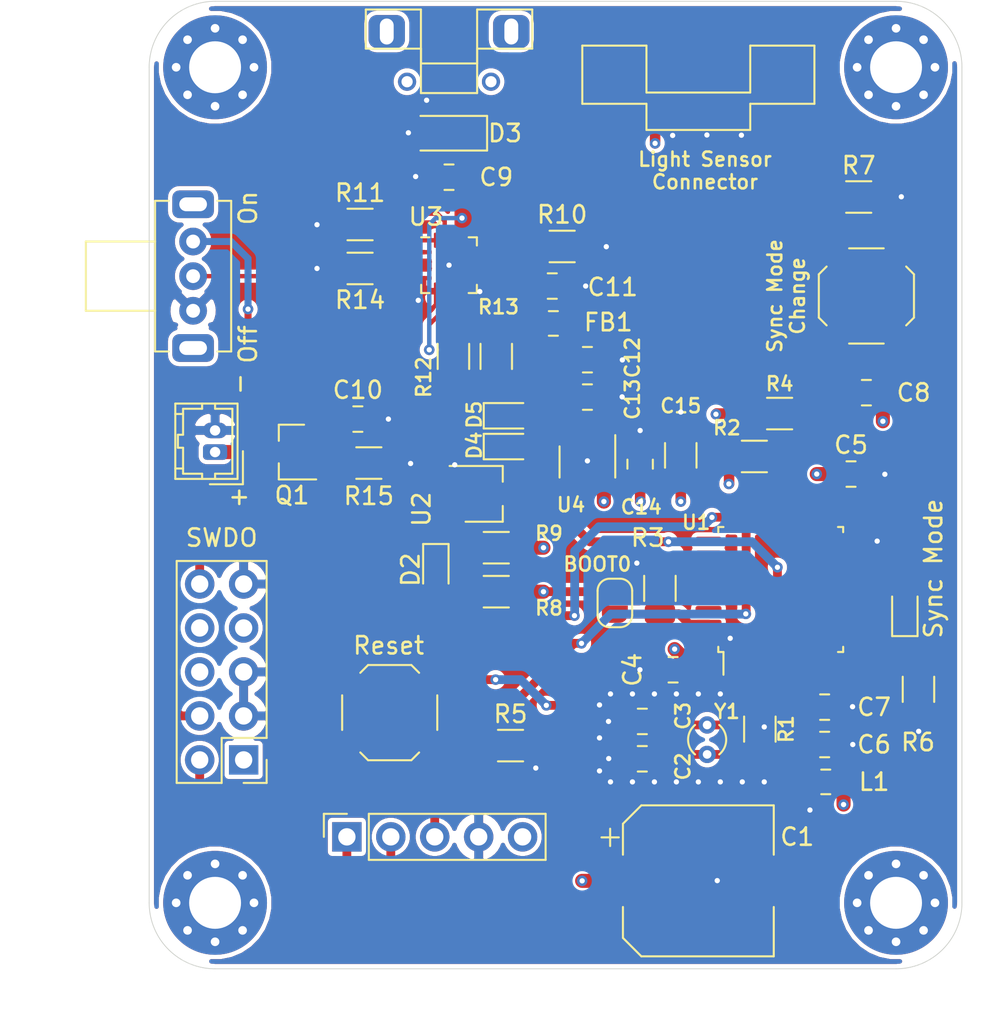
<source format=kicad_pcb>
(kicad_pcb (version 20241229) (generator "pcbnew") (generator_version "9.0")
  (layers (0 "F.Cu" signal) (4 "In1.Cu" power) (6 "In2.Cu" mixed) (2 "B.Cu" signal) (13 "F.Paste" user) (15 "B.Paste" user) (5 "F.SilkS" user "F.Silkscreen") (7 "B.SilkS" user "B.Silkscreen") (1 "F.Mask" user) (3 "B.Mask" user) (25 "Edge.Cuts" user))
  (net 0 "")
  (net 1 "GND")
  (net 2 "+3V3")
  (net 3 "Net-(C2-Pad1)")
  (net 4 "+3.3VA")
  (net 5 "Net-(D1-Pad1)")
  (net 6 "/PWR_STATE")
  (net 7 "/Power Input/PWR_IN")
  (net 8 "/HC12_RX")
  (net 9 "/HC12_TX")
  (net 10 "/HC12_SET")
  (net 11 "Net-(J3-Pad8)")
  (net 12 "Net-(J3-Pad7)")
  (net 13 "Net-(J3-Pad6)")
  (net 14 "/STM32/SWCLK")
  (net 15 "/STM32/SWDIO")
  (net 16 "/STM32/BOOT0")
  (net 17 "Net-(Q1-Pad1)")
  (net 18 "/Power Input/BAT+")
  (net 19 "Net-(D4-Pad1)")
  (net 20 "/I2C_SCL")
  (net 21 "/I2C_SDA")
  (net 22 "/STM32/RESET")
  (net 23 "Net-(J4-Pad4)")
  (net 24 "Net-(J4-Pad3)")
  (net 25 "Net-(J4-Pad2)")
  (net 26 "Net-(J5-Pad1)")
  (net 27 "Net-(R10-Pad2)")
  (net 28 "Net-(U1-Pad30)")
  (net 29 "Net-(U1-Pad29)")
  (net 30 "Net-(U1-Pad28)")
  (net 31 "Net-(U1-Pad27)")
  (net 32 "Net-(U1-Pad26)")
  (net 33 "Net-(U1-Pad25)")
  (net 34 "Net-(U1-Pad22)")
  (net 35 "Net-(U1-Pad21)")
  (net 36 "Net-(U1-Pad18)")
  (net 37 "Net-(U1-Pad15)")
  (net 38 "Net-(U1-Pad14)")
  (net 39 "Net-(U1-Pad7)")
  (net 40 "Net-(U1-Pad6)")
  (net 41 "Net-(U3-Pad14)")
  (net 42 "Net-(U4-Pad4)")
  (net 43 "Net-(C3-Pad1)")
  (net 44 "/STM32/PA7")
  (net 45 "Net-(C9-Pad1)")
  (net 46 "Net-(C12-Pad1)")
  (net 47 "/STM32/PA6")
  (net 48 "Net-(D2-Pad2)")
  (net 49 "Net-(D5-Pad1)")
  (net 50 "Net-(R1-Pad1)")
  (net 51 "Net-(R5-Pad1)")
  (net 52 "Net-(R11-Pad2)")
  (net 53 "Net-(R12-Pad2)")
  (net 54 "Net-(R13-Pad2)")
  (net 55 "Net-(R14-Pad1)")
  (net 56 "Net-(SW3-Pad2)")
  (footprint "Capacitor_SMD:CP_Elec_8x10.5" (layer "F.Cu") (at 156.21 111.125)
    (property "Reference" "C1")
    (property "Value" "220uF")
  )
  (footprint "Capacitor_SMD:C_0805_2012Metric" (layer "F.Cu") (at 154.7495 98.933 180)
    (property "Reference" "C4")
    (property "Value" "0.1uF")
  )
  (footprint "Capacitor_SMD:C_0805_2012Metric" (layer "F.Cu") (at 165.0365 87.63)
    (property "Reference" "C5")
    (property "Value" "0.1uF")
  )
  (footprint "Capacitor_SMD:C_0805_2012Metric" (layer "F.Cu") (at 163.5125 103.251)
    (property "Reference" "C6")
    (property "Value" "1uF")
  )
  (footprint "Capacitor_SMD:C_0805_2012Metric" (layer "F.Cu") (at 163.5125 101.092)
    (property "Reference" "C7")
    (property "Value" "0.1uF")
  )
  (footprint "Capacitor_SMD:C_0805_2012Metric" (layer "F.Cu") (at 141.7955 70.485 180)
    (property "Reference" "C9")
    (property "Value" "1uF")
  )
  (footprint "Capacitor_SMD:C_0805_2012Metric" (layer "F.Cu") (at 136.525 84.455)
    (property "Reference" "C10")
    (property "Value" "4.7uF")
  )
  (footprint "Capacitor_SMD:C_0805_2012Metric" (layer "F.Cu") (at 147.7645 76.7715)
    (property "Reference" "C11")
    (property "Value" "4.7uF")
  )
  (footprint "Capacitor_SMD:C_0805_2012Metric" (layer "F.Cu") (at 149.7965 81.026)
    (property "Reference" "C12")
    (property "Value" "4.7uF")
  )
  (footprint "Capacitor_SMD:C_0805_2012Metric" (layer "F.Cu") (at 149.7965 83.185)
    (property "Reference" "C13")
    (property "Value" "0.1uF")
  )
  (footprint "Capacitor_SMD:C_0805_2012Metric" (layer "F.Cu") (at 152.8445 87.0585 90)
    (property "Reference" "C14")
    (property "Value" "0.1uF")
  )
  (footprint "Capacitor_SMD:C_1206_3216Metric" (layer "F.Cu") (at 155.194 86.5505 90)
    (property "Reference" "C15")
    (property "Value" "10uF")
  )
  (footprint "LED_SMD:LED_0603_1608Metric" (layer "F.Cu") (at 141.0335 93.1545 -90)
    (property "Reference" "D2")
    (property "Value" "Power Alert")
  )
  (footprint "Diode_SMD:D_SOD-123F" (layer "F.Cu") (at 141.7955 67.945 180)
    (property "Reference" "D3")
    (property "Value" "SMF6.0A")
  )
  (footprint "LED_SMD:LED_0603_1608Metric" (layer "F.Cu") (at 145.288 86.0425)
    (property "Reference" "D4")
    (property "Value" "Input Good")
  )
  (footprint "LED_SMD:LED_0603_1608Metric" (layer "F.Cu") (at 145.288 84.2645)
    (property "Reference" "D5")
    (property "Value" "Charging")
  )
  (footprint "Inductor_SMD:L_0805_2012Metric_Pad1.15x1.40mm_HandSolder" (layer "F.Cu") (at 147.828 78.9305 180)
    (property "Reference" "FB1")
    (property "Value" "Ferrite_Bead")
  )
  (footprint "MountingHole:MountingHole_3mm_Pad_Via" (layer "F.Cu") (at 128.27 64.135)
    (property "Reference" "H1" (hide yes))
    (property "Value" "MountingHole")
  )
  (footprint "MountingHole:MountingHole_3mm_Pad_Via" (layer "F.Cu") (at 128.27 112.395)
    (property "Reference" "H2" (hide yes))
    (property "Value" "MountingHole")
  )
  (footprint "MountingHole:MountingHole_3mm_Pad_Via" (layer "F.Cu") (at 167.64 112.395)
    (property "Reference" "H3" (hide yes))
    (property "Value" "MountingHole")
  )
  (footprint "MountingHole:MountingHole_3mm_Pad_Via" (layer "F.Cu") (at 167.64 64.135)
    (property "Reference" "H4" (hide yes))
    (property "Value" "MountingHole")
  )
  (footprint "Connector_PinSocket_2.54mm:PinSocket_1x05_P2.54mm_Vertical" (layer "F.Cu") (at 135.89 108.585 90)
    (property "Reference" "J1" (hide yes))
    (property "Value" "HC-12 Connector")
  )
  (footprint "Custom:AFA07-S06FCA-00" (layer "F.Cu") (at 156.21 66.675 180)
    (property "Reference" "J2" (hide yes))
    (property "Value" "Light Sensor Connector")
  )
  (footprint "Connector_PinHeader_2.54mm:PinHeader_2x05_P2.54mm_Vertical" (layer "F.Cu") (at 129.921 104.14 180)
    (property "Reference" "J3" (hide yes))
    (property "Value" "SWD")
  )
  (footprint "Custom:Micro_USB_B_Female" (layer "F.Cu") (at 141.7955 64.77 180)
    (property "Reference" "J4" (hide yes))
    (property "Value" "USB_B_Micro_Without_Shield")
  )
  (footprint "Connector_Hirose:Hirose_DF13-02P-1.25DSA_1x02_P1.25mm_Vertical" (layer "F.Cu") (at 128.27 86.36 90)
    (property "Reference" "J5" (hide yes))
    (property "Value" "Battery Terminal")
  )
  (footprint "Jumper:SolderJumper-2_P1.3mm_Open_RoundedPad1.0x1.5mm" (layer "F.Cu") (at 151.384 95.0745 90)
    (property "Reference" "JP1" (hide yes))
    (property "Value" "BOOT0 JP")
  )
  (footprint "Inductor_SMD:L_0805_2012Metric_Pad1.15x1.40mm_HandSolder" (layer "F.Cu") (at 163.576 105.41)
    (property "Reference" "L1")
    (property "Value" "39nH")
  )
  (footprint "Package_TO_SOT_SMD:SOT-23" (layer "F.Cu") (at 132.715 86.36 180)
    (property "Reference" "Q1")
    (property "Value" "AO3401A")
  )
  (footprint "Resistor_SMD:R_1206_3216Metric" (layer "F.Cu") (at 159.4485 86.614)
    (property "Reference" "R2")
    (property "Value" "2.2K")
  )
  (footprint "Resistor_SMD:R_1206_3216Metric" (layer "F.Cu") (at 153.9875 94.234 90)
    (property "Reference" "R3")
    (property "Value" "10k")
  )
  (footprint "Resistor_SMD:R_1206_3216Metric" (layer "F.Cu") (at 160.907 84.1375)
    (property "Reference" "R4")
    (property "Value" "2.2K")
  )
  (footprint "Resistor_SMD:R_1206_3216Metric" (layer "F.Cu") (at 145.3515 103.3145)
    (property "Reference" "R5")
    (property "Value" "10k")
  )
  (footprint "Resistor_SMD:R_1206_3216Metric" (layer "F.Cu") (at 144.526 94.4245 180)
    (property "Reference" "R8")
    (property "Value" "1.5k")
  )
  (footprint "Resistor_SMD:R_1206_3216Metric" (layer "F.Cu") (at 144.526 91.8845 180)
    (property "Reference" "R9")
    (property "Value" "100k")
  )
  (footprint "Resistor_SMD:R_1206_3216Metric" (layer "F.Cu") (at 148.336 74.4855 180)
    (property "Reference" "R10")
    (property "Value" "10K")
  )
  (footprint "Resistor_SMD:R_1206_3216Metric" (layer "F.Cu") (at 136.652 73.2155)
    (property "Reference" "R11")
    (property "Value" "1K")
  )
  (footprint "Resistor_SMD:R_1206_3216Metric" (layer "F.Cu") (at 142.0495 80.8355 90)
    (property "Reference" "R12")
    (property "Value" "1K")
  )
  (footprint "Resistor_SMD:R_1206_3216Metric" (layer "F.Cu") (at 144.526 80.8355 90)
    (property "Reference" "R13")
    (property "Value" "1K")
  )
  (footprint "Resistor_SMD:R_1206_3216Metric" (layer "F.Cu") (at 136.652 75.7555 180)
    (property "Reference" "R14")
    (property "Value" "10K")
  )
  (footprint "Resistor_SMD:R_1206_3216Metric" (layer "F.Cu") (at 137.16 86.995)
    (property "Reference" "R15")
    (property "Value" "10K")
  )
  (footprint "Button_Switch_SMD:SW_SPST_TL3342" (layer "F.Cu") (at 138.3665 101.4095)
    (property "Reference" "SW1" (hide yes))
    (property "Value" "Reset Button")
  )
  (footprint "Custom:Toggle-Switch-SK12D07VG4" (layer "F.Cu") (at 127 76.2 -90)
    (property "Reference" "SW3" (hide yes))
    (property "Value" "Enable")
  )
  (footprint "Package_QFP:LQFP-32_7x7mm_P0.8mm" (layer "F.Cu") (at 160.9725 94.2975 90)
    (property "Reference" "U1")
    (property "Value" "STM32L031K6Tx")
  )
  (footprint "Package_TO_SOT_SMD:SOT-23W_Handsoldering" (layer "F.Cu") (at 143.8275 88.773)
    (property "Reference" "U2")
    (property "Value" "APX803L05-36SA-7")
  )
  (footprint "Package_DFN_QFN:VQFN-16-1EP_3x3mm_P0.5mm_EP1.45x1.45mm" (layer "F.Cu") (at 141.7955 75.565)
    (property "Reference" "U3")
    (property "Value" "BQ24078RGTR")
  )
  (footprint "Package_TO_SOT_SMD:SOT-23-5" (layer "F.Cu") (at 149.7965 86.9315 -90)
    (property "Reference" "U4")
    (property "Value" "ME6211C33M5G-N")
  )
  (footprint "Capacitor_SMD:C_0805_2012Metric" (layer "F.Cu") (at 152.969 104.0765 180)
    (property "Reference" "C2")
    (property "Value" "12pF")
  )
  (footprint "Capacitor_SMD:C_0805_2012Metric" (layer "F.Cu") (at 152.9715 101.9175 180)
    (property "Reference" "C3")
    (property "Value" "12pF")
  )
  (footprint "Capacitor_SMD:C_0805_2012Metric" (layer "F.Cu") (at 165.9255 82.931 180)
    (property "Reference" "C8")
    (property "Value" "0.1uF")
  )
  (footprint "LED_SMD:LED_0603_1608Metric" (layer "F.Cu") (at 168.148 95.504 90)
    (property "Reference" "D1" (hide yes))
    (property "Value" "SYNC_STATE_LED")
  )
  (footprint "Resistor_SMD:R_1206_3216Metric" (layer "F.Cu") (at 159.766 102.362 -90)
    (property "Reference" "R1")
    (property "Value" "100")
  )
  (footprint "Resistor_SMD:R_1206_3216Metric" (layer "F.Cu") (at 168.9354 100.0633 -90)
    (property "Reference" "R6")
    (property "Value" "1.5k")
  )
  (footprint "Resistor_SMD:R_1206_3216Metric" (layer "F.Cu") (at 165.481 71.628)
    (property "Reference" "R7")
    (property "Value" "10k")
  )
  (footprint "Button_Switch_SMD:SW_SPST_TL3342" (layer "F.Cu") (at 165.9255 77.343 90)
    (property "Reference" "SW2" (hide yes))
    (property "Value" "Sync Time Button")
  )
  (footprint "Crystal:Crystal_Round_D1.5mm_Vertical" (layer "F.Cu") (at 156.718 103.8225 90)
    (property "Reference" "Y1")
    (property "Value" "32.768kHz")
  )
  (gr_line (start 167.64 60.325) (end 128.27 60.325) (stroke (width 0.05)) (layer "Edge.Cuts"))
  (gr_line (start 128.27 116.205) (end 167.64 116.205) (stroke (width 0.05)) (layer "Edge.Cuts"))
  (gr_line (start 171.45 112.395) (end 171.45 64.135) (stroke (width 0.05)) (layer "Edge.Cuts"))
  (gr_arc (start 167.64 60.325) (mid 170.334077 61.440923) (end 171.45 64.135) (stroke (width 0.05)) (layer "Edge.Cuts"))
  (gr_line (start 124.46 64.135) (end 124.46 112.395) (stroke (width 0.05)) (layer "Edge.Cuts"))
  (gr_arc (start 128.27 116.205) (mid 125.575923 115.089077) (end 124.46 112.395) (stroke (width 0.05)) (layer "Edge.Cuts"))
  (gr_arc (start 171.45 112.395) (mid 170.334077 115.089077) (end 167.64 116.205) (stroke (width 0.05)) (layer "Edge.Cuts"))
  (gr_arc (start 124.46 64.135) (mid 125.575923 61.440923) (end 128.27 60.325) (stroke (width 0.05)) (layer "Edge.Cuts"))
  (gr_text "Sync Mode\nChange" (at 161.29 77.343 90) (layer "F.SilkS") (effects (font (size 0.8128 0.8128))))
  (gr_text "Off" (at 130.175 80.137 90) (layer "F.SilkS") (effects (font (size 1 1))))
  (gr_text "Light Sensor\nConnector" (at 156.591 70.104 0) (layer "F.SilkS") (effects (font (size 0.8128 0.8128))))
  (gr_text "Reset" (at 138.303 97.536 0) (layer "F.SilkS") (effects (font (size 1 1))))
  (gr_text "BOOT0" (at 150.368 92.837 0) (layer "F.SilkS") (effects (font (size 0.8128 0.8128))))
  (gr_text "SWDO" (at 128.651 91.313 0) (layer "F.SilkS") (effects (font (size 1 1))))
  (gr_text "-" (at 129.667 82.423 90) (layer "F.SilkS") (effects (font (size 1 1))))
  (gr_text "+" (at 129.667 88.9 0) (layer "F.SilkS") (effects (font (size 1 1))))
  (gr_text "Sync Mode" (at 169.799 93.091 90) (layer "F.SilkS") (effects (font (size 1 1))))
  (gr_text "On" (at 130.175 72.263 90) (layer "F.SilkS") (effects (font (size 1 1))))
  (segment (start 140.358 76.858) (end 140.5025 77.0025) (width 0.254) (layer "F.Cu") (net 1))
  (segment (start 165.1254 101.0666) (end 164.4879 101.0666) (width 0.508) (layer "F.Cu") (net 1))
  (segment (start 156.7975 97.0975) (end 155.4667 97.0975) (width 0.508) (layer "F.Cu") (net 1))
  (segment (start 155.4667 97.0975) (end 155.0924 96.7232) (width 0.508) (layer "F.Cu") (net 1))
  (segment (start 142.5455 77.0025) (end 142.5455 78.0295) (width 0.254) (layer "F.Cu") (net 1))
  (segment (start 141.0455 77.839) (end 140.589 78.2955) (width 0.254) (layer "F.Cu") (net 1))
  (segment (start 140.5025 77.0025) (end 141.0455 77.0025) (width 0.254) (layer "F.Cu") (net 1))
  (segment (start 140.358 76.315) (end 140.358 76.858) (width 0.254) (layer "F.Cu") (net 1))
  (segment (start 164.4879 101.0666) (end 164.4625 101.092) (width 0.508) (layer "F.Cu") (net 1))
  (segment (start 141.0455 77.0025) (end 141.0455 77.839) (width 0.254) (layer "F.Cu") (net 1))
  (via (at 156.21 100.33) (size 0.6096) (drill 0.3048) (layers "F.Cu" "B.Cu") (net 1))
  (via (at 140.0175 77.597) (size 0.6096) (drill 0.3048) (layers "F.Cu" "B.Cu") (net 1))
  (via (at 168.9481 102.489) (size 0.6096) (drill 0.3048) (layers "F.Cu" "B.Cu") (net 1))
  (via (at 160.02 105.41) (size 0.6096) (drill 0.3048) (layers "F.Cu" "B.Cu") (net 1))
  (via (at 150.495 102.87) (size 0.6096) (drill 0.3048) (layers "F.Cu" "B.Cu") (net 1))
  (via (at 154.94 105.41) (size 0.6096) (drill 0.3048) (layers "F.Cu" "B.Cu") (net 1))
  (via (at 158.0515 97.1169) (size 0.6096) (drill 0.3048) (layers "F.Cu" "B.Cu") (net 1))
  (via (at 150.8887 74.4982) (size 0.6096) (drill 0.3048) (layers "F.Cu" "B.Cu") (net 1))
  (via (at 134.1628 75.7555) (size 0.6096) (drill 0.3048) (layers "F.Cu" "B.Cu") (net 1))
  (via (at 151.8031 83.1723) (size 0.6096) (drill 0.3048) (layers "F.Cu" "B.Cu") (net 1))
  (via (at 160.02 102.235) (size 0.6096) (drill 0.3048) (layers "F.Cu" "B.Cu") (net 1))
  (via (at 138.2903 84.455) (size 0.6096) (drill 0.3048) (layers "F.Cu" "B.Cu") (net 1))
  (via (at 157.48 105.41) (size 0.6096) (drill 0.3048) (layers "F.Cu" "B.Cu") (net 1))
  (via (at 151.13 100.33) (size 0.6096) (drill 0.3048) (layers "F.Cu" "B.Cu") (net 1))
  (via (at 154.94 100.33) (size 0.6096) (drill 0.3048) (layers "F.Cu" "B.Cu") (net 1))
  (via (at 158.6992 68.0593) (size 0.6096) (drill 0.3048) (layers "F.Cu" "B.Cu") (net 1))
  (via (at 140.5001 66.04) (size 0.6096) (drill 0.3048) (layers "F.Cu" "B.Cu") (net 1))
  (via (at 152.8445 85.1154) (size 0.6096) (drill 0.3048) (layers "F.Cu" "B.Cu") (net 1))
  (via (at 152.654 92.7735) (size 0.6096) (drill 0.3048) (layers "F.Cu" "B.Cu") (net 1))
  (via (at 149.7965 86.868) (size 0.6096) (drill 0.3048) (layers "F.Cu" "B.Cu") (net 1))
  (via (at 142.1257 87.0966) (size 0.6096) (drill 0.3048) (layers "F.Cu" "B.Cu") (net 1))
  (via (at 156.21 105.41) (size 0.6096) (drill 0.3048) (layers "F.Cu" "B.Cu") (net 1))
  (via (at 139.8651 70.4469) (size 0.6096) (drill 0.3048) (layers "F.Cu" "B.Cu") (net 1))
  (via (at 134.1628 73.2282) (size 0.6096) (drill 0.3048) (layers "F.Cu" "B.Cu") (net 1))
  (via (at 154.7241 68.072) (size 0.6096) (drill 0.3048) (layers "F.Cu" "B.Cu") (net 1))
  (via (at 152.4 105.41) (size 0.6096) (drill 0.3048) (layers "F.Cu" "B.Cu") (net 1))
  (via (at 152.4 100.33) (size 0.6096) (drill 0.3048) (layers "F.Cu" "B.Cu") (net 1))
  (via (at 157.48 100.33) (size 0.6096) (drill 0.3048) (layers "F.Cu" "B.Cu") (net 1))
  (via (at 141.7955 75.565) (size 0.6096) (drill 0.3048) (layers "F.Cu" "B.Cu") (net 1))
  (via (at 153.67 100.33) (size 0.6096) (drill 0.3048) (layers "F.Cu" "B.Cu") (net 1))
  (via (at 157.3022 111.1123) (size 0.6096) (drill 0.3048) (layers "F.Cu" "B.Cu") (net 1))
  (via (at 158.75 105.41) (size 0.6096) (drill 0.3048) (layers "F.Cu" "B.Cu") (net 1))
  (via (at 167.9448 71.6153) (size 0.6096) (drill 0.3048) (layers "F.Cu" "B.Cu") (net 1))
  (via (at 162.6616 107.0356) (size 0.6096) (drill 0.3048) (layers "F.Cu" "B.Cu") (net 1))
  (via (at 165.1254 101.0666) (size 0.6096) (drill 0.3048) (layers "F.Cu" "B.Cu") (net 1))
  (via (at 146.812 104.6099) (size 0.6096) (drill 0.3048) (layers "F.Cu" "B.Cu") (net 1))
  (via (at 155.194 84.0486) (size 0.6096) (drill 0.3048) (layers "F.Cu" "B.Cu") (net 1))
  (via (at 166.5478 91.5035) (size 0.6096) (drill 0.3048) (layers "F.Cu" "B.Cu") (net 1))
  (via (at 151.0157 101.9175) (size 0.6096) (drill 0.3048) (layers "F.Cu" "B.Cu") (net 1))
  (via (at 151.8158 81.0387) (size 0.6096) (drill 0.3048) (layers "F.Cu" "B.Cu") (net 1))
  (via (at 151.0284 104.0638) (size 0.6096) (drill 0.3048) (layers "F.Cu" "B.Cu") (net 1))
  (via (at 149.6949 76.7715) (size 0.6096) (drill 0.3048) (layers "F.Cu" "B.Cu") (net 1))
  (via (at 150.495 100.965) (size 0.6096) (drill 0.3048) (layers "F.Cu" "B.Cu") (net 1))
  (via (at 166.9923 87.6427) (size 0.6096) (drill 0.3048) (layers "F.Cu" "B.Cu") (net 1))
  (via (at 139.446 67.9196) (size 0.6096) (drill 0.3048) (layers "F.Cu" "B.Cu") (net 1))
  (via (at 151.13 105.41) (size 0.6096) (drill 0.3048) (layers "F.Cu" "B.Cu") (net 1))
  (via (at 150.495 104.775) (size 0.6096) (drill 0.3048) (layers "F.Cu" "B.Cu") (net 1))
  (via (at 165.1381 103.251) (size 0.6096) (drill 0.3048) (layers "F.Cu" "B.Cu") (net 1))
  (via (at 152.8318 98.933) (size 0.6096) (drill 0.3048) (layers "F.Cu" "B.Cu") (net 1))
  (via (at 153.67 105.41) (size 0.6096) (drill 0.3048) (layers "F.Cu" "B.Cu") (net 1))
  (via (at 143.5735 77.089) (size 0.6096) (drill 0.3048) (layers "F.Cu" "B.Cu") (net 1))
  (via (at 139.573 87.0204) (size 0.6096) (drill 0.3048) (layers "F.Cu" "B.Cu") (net 1))
  (via (at 156.7053 68.0466) (size 0.6096) (drill 0.3048) (layers "F.Cu" "B.Cu") (net 1))
  (segment (start 147.2565 91.8845) (end 145.9885 91.8845) (width 0.8128) (layer "F.Cu") (net 2))
  (segment (start 164.0865 88.7451) (end 164.0865 87.63) (width 0.508) (layer "F.Cu") (net 2))
  (segment (start 147.2565 94.4245) (end 151.384 94.4245) (width 0.508) (layer "F.Cu") (net 2))
  (segment (start 157.2641 84.1375) (end 157.226 84.1756) (width 0.6096) (layer "F.Cu") (net 2))
  (segment (start 154.8384 97.7392) (end 155.6995 98.6003) (width 0.8128) (layer "F.Cu") (net 2))
  (segment (start 159.4445 84.1375) (end 157.2641 84.1375) (width 0.6096) (layer "F.Cu") (net 2))
  (segment (start 163.7725 90.1225) (end 163.7725 89.0591) (width 0.508) (layer "F.Cu") (net 2))
  (segment (start 153.71 68.5273) (end 153.7081 68.5292) (width 0.6096) (layer "F.Cu") (net 2))
  (segment (start 152.8445 88.0085) (end 152.8445 89.1921) (width 0.6096) (layer "F.Cu") (net 2))
  (segment (start 150.7465 88.0315) (end 150.7465 89.215) (width 0.8128) (layer "F.Cu") (net 2))
  (segment (start 156.845 98.933) (end 155.6995 98.933) (width 0.508) (layer "F.Cu") (net 2))
  (segment (start 164.6047 105.4137) (end 164.601 105.41) (width 0.8128) (layer "F.Cu") (net 2))
  (segment (start 167.8255 81.981) (end 166.8755 82.931) (width 0.8128) (layer "F.Cu") (net 2))
  (segment (start 155.6995 98.6003) (end 155.6995 98.933) (width 0.8128) (layer "F.Cu") (net 2))
  (segment (start 149.4917 111.125) (end 152.51 111.125) (width 0.8128) (layer "F.Cu") (net 2))
  (segment (start 147.2565 94.4245) (end 145.9885 94.4245) (width 0.8128) (layer "F.Cu") (net 2))
  (segment (start 166.878 84.582) (end 166.878 82.9335) (width 0.8128) (layer "F.Cu") (net 2))
  (segment (start 153.71 66.675) (end 153.71 68.5273) (width 0.6096) (layer "F.Cu") (net 2))
  (segment (start 157.986 86.614) (end 157.986 88.1908) (width 0.6096) (layer "F.Cu") (net 2))
  (segment (start 167.8255 80.493) (end 167.8255 74.193) (width 0.8128) (layer "F.Cu") (net 2))
  (segment (start 155.194 88.0255) (end 155.194 89.2175) (width 0.6096) (layer "F.Cu") (net 2))
  (segment (start 163.7725 89.0591) (end 164.0865 88.7451) (width 0.508) (layer "F.Cu") (net 2))
  (segment (start 152.8445 89.1921) (end 152.8699 89.2175) (width 0.6096) (layer "F.Cu") (net 2))
  (segment (start 158.1725 98.4725) (end 157.3055 98.4725) (width 0.508) (layer "F.Cu") (net 2))
  (segment (start 164.6047 106.7181) (end 164.6047 105.4137) (width 0.8128) (layer "F.Cu") (net 2))
  (segment (start 157.3055 98.4725) (end 156.845 98.933) (width 0.508) (layer "F.Cu") (net 2))
  (segment (start 167.8255 80.493) (end 167.8255 81.981) (width 0.8128) (layer "F.Cu") (net 2))
  (segment (start 163.0553 87.63) (end 164.0865 87.63) (width 0.8128) (layer "F.Cu") (net 2))
  (segment (start 150.7465 89.215) (end 150.749 89.2175) (width 0.8128) (layer "F.Cu") (net 2))
  (segment (start 157.986 88.1908) (end 157.9753 88.2015) (width 0.6096) (layer "F.Cu") (net 2))
  (segment (start 166.878 82.9335) (end 166.8755 82.931) (width 0.8128) (layer "F.Cu") (net 2))
  (via (at 154.8384 97.7392) (size 0.6096) (drill 0.3048) (layers "F.Cu" "B.Cu") (net 2))
  (via (at 149.4917 111.125) (size 0.6096) (drill 0.3048) (layers "F.Cu" "B.Cu") (net 2))
  (via (at 150.749 89.2175) (size 0.6096) (drill 0.3048) (layers "F.Cu" "B.Cu") (net 2))
  (via (at 157.226 84.1756) (size 0.6096) (drill 0.3048) (layers "F.Cu" "B.Cu") (net 2))
  (via (at 157.9753 88.2015) (size 0.6096) (drill 0.3048) (layers "F.Cu" "B.Cu") (net 2))
  (via (at 163.0553 87.63) (size 0.6096) (drill 0.3048) (layers "F.Cu" "B.Cu") (net 2))
  (via (at 152.8699 89.2175) (size 0.6096) (drill 0.3048) (layers "F.Cu" "B.Cu") (net 2))
  (via (at 166.878 84.582) (size 0.6096) (drill 0.3048) (layers "F.Cu" "B.Cu") (net 2))
  (via (at 155.194 89.2175) (size 0.6096) (drill 0.3048) (layers "F.Cu" "B.Cu") (net 2))
  (via (at 164.6047 106.7181) (size 0.6096) (drill 0.3048) (layers "F.Cu" "B.Cu") (net 2))
  (via (at 147.2565 94.4245) (size 0.6096) (drill 0.3048) (layers "F.Cu" "B.Cu") (net 2))
  (via (at 153.7081 68.5292) (size 0.6096) (drill 0.3048) (layers "F.Cu" "B.Cu") (net 2))
  (via (at 147.2565 91.8845) (size 0.6096) (drill 0.3048) (layers "F.Cu" "B.Cu") (net 2))
  (segment (start 156.718 103.8225) (end 154.173 103.8225) (width 0.508) (layer "F.Cu") (net 3))
  (segment (start 156.72 103.8245) (end 156.718 103.8225) (width 0.508) (layer "F.Cu") (net 3))
  (segment (start 154.173 103.8225) (end 153.919 104.0765) (width 0.508) (layer "F.Cu") (net 3))
  (segment (start 159.766 103.8245) (end 156.72 103.8245) (width 0.508) (layer "F.Cu") (net 3))
  (segment (start 161.3725 99.3203) (end 161.7853 99.7331) (width 0.508) (layer "F.Cu") (net 4))
  (segment (start 161.7853 99.7331) (end 162.3441 99.7331) (width 0.508) (layer "F.Cu") (net 4))
  (segment (start 162.5625 99.9515) (end 162.5625 101.092) (width 0.508) (layer "F.Cu") (net 4))
  (segment (start 162.5625 103.251) (end 162.5625 105.3985) (width 0.508) (layer "F.Cu") (net 4))
  (segment (start 162.5625 105.3985) (end 162.551 105.41) (width 0.508) (layer "F.Cu") (net 4))
  (segment (start 162.5625 101.092) (end 162.5625 103.251) (width 0.508) (layer "F.Cu") (net 4))
  (segment (start 162.3441 99.7331) (end 162.5625 99.9515) (width 0.508) (layer "F.Cu") (net 4))
  (segment (start 161.3725 98.4725) (end 161.3725 99.3203) (width 0.508) (layer "F.Cu") (net 4))
  (segment (start 168.148 96.2915) (end 168.148 97.1677) (width 0.508) (layer "F.Cu") (net 5))
  (segment (start 168.148 97.1677) (end 168.9354 97.9551) (width 0.508) (layer "F.Cu") (net 5))
  (segment (start 168.9354 97.9551) (end 168.9354 98.6008) (width 0.508) (layer "F.Cu") (net 5))
  (segment (start 154.4828 91.5416) (end 149.9362 91.5416) (width 0.508) (layer "F.Cu") (net 6))
  (segment (start 142.581 92.367) (end 143.0635 91.8845) (width 0.8128) (layer "F.Cu") (net 6))
  (segment (start 161.8295 96.2975) (end 165.1475 96.2975) (width 0.508) (layer "F.Cu") (net 6))
  (segment (start 144.3228 90.5764) (end 144.3228 91.5416) (width 0.508) (layer "F.Cu") (net 6))
  (segment (start 144.6784 90.2208) (end 144.3228 90.5764) (width 0.508) (layer "F.Cu") (net 6))
  (segment (start 141.0335 92.367) (end 142.581 92.367) (width 0.8128) (layer "F.Cu") (net 6))
  (segment (start 144.3228 91.5416) (end 143.9799 91.8845) (width 0.508) (layer "F.Cu") (net 6))
  (segment (start 142.1275 90.5655) (end 142.1275 89.723) (width 0.8128) (layer "F.Cu") (net 6))
  (segment (start 143.0635 91.8845) (end 143.0635 91.5015) (width 0.8128) (layer "F.Cu") (net 6))
  (segment (start 143.9799 91.8845) (end 143.0635 91.8845) (width 0.508) (layer "F.Cu") (net 6))
  (segment (start 143.0635 91.5015) (end 142.1275 90.5655) (width 0.8128) (layer "F.Cu") (net 6))
  (segment (start 149.9362 91.5416) (end 148.6154 90.2208) (width 0.508) (layer "F.Cu") (net 6))
  (segment (start 160.782 93.0148) (end 160.782 95.25) (width 0.508) (layer "F.Cu") (net 6))
  (segment (start 148.6154 90.2208) (end 144.6784 90.2208) (width 0.508) (layer "F.Cu") (net 6))
  (segment (start 160.782 95.25) (end 161.8295 96.2975) (width 0.508) (layer "F.Cu") (net 6))
  (via (at 160.782 93.0148) (size 0.6096) (drill 0.3048) (layers "F.Cu" "B.Cu") (net 6))
  (via (at 154.4828 91.5416) (size 0.6096) (drill 0.3048) (layers "F.Cu" "B.Cu") (net 6))
  (segment (start 159.3088 91.5416) (end 160.782 93.0148) (width 0.508) (layer "B.Cu") (net 6))
  (segment (start 154.4828 91.5416) (end 159.3088 91.5416) (width 0.508) (layer "B.Cu") (net 6))
  (segment (start 146.0755 86.9695) (end 145.5275 87.5175) (width 0.8128) (layer "F.Cu") (net 7))
  (segment (start 145.5275 87.5175) (end 145.5275 88.773) (width 0.8128) (layer "F.Cu") (net 7))
  (segment (start 146.0755 86.0425) (end 146.0755 86.9695) (width 0.8128) (layer "F.Cu") (net 7))
  (segment (start 146.0755 84.2645) (end 146.0755 86.0425) (width 0.8128) (layer "F.Cu") (net 7))
  (segment (start 146.803 78.9305) (end 146.803 82.686) (width 0.8128) (layer "F.Cu") (net 7))
  (segment (start 146.8145 76.7715) (end 146.8145 78.919) (width 0.8128) (layer "F.Cu") (net 7))
  (segment (start 146.0755 83.4135) (end 146.0755 84.2645) (width 0.8128) (layer "F.Cu") (net 7))
  (segment (start 146.8145 78.919) (end 146.803 78.9305) (width 0.8128) (layer "F.Cu") (net 7))
  (segment (start 146.803 82.686) (end 146.0755 83.4135) (width 0.8128) (layer "F.Cu") (net 7))
  (segment (start 140.97 107.2388) (end 140.97 108.585) (width 0.508) (layer "F.Cu") (net 8))
  (segment (start 164.8587 107.9754) (end 149.733 107.9754) (width 0.508) (layer "F.Cu") (net 8))
  (segment (start 163.7725 99.2819) (end 164.1221 99.6315) (width 0.508) (layer "F.Cu") (net 8))
  (segment (start 165.9763 100.3554) (end 165.9763 106.8578) (width 0.508) (layer "F.Cu") (net 8))
  (segment (start 165.9763 106.8578) (end 164.8587 107.9754) (width 0.508) (layer "F.Cu") (net 8))
  (segment (start 148.1836 106.426) (end 141.7828 106.426) (width 0.508) (layer "F.Cu") (net 8))
  (segment (start 164.1221 99.6315) (end 165.2524 99.6315) (width 0.508) (layer "F.Cu") (net 8))
  (segment (start 149.733 107.9754) (end 148.1836 106.426) (width 0.508) (layer "F.Cu") (net 8))
  (segment (start 165.2524 99.6315) (end 165.9763 100.3554) (width 0.508) (layer "F.Cu") (net 8))
  (segment (start 163.7725 98.4725) (end 163.7725 99.2819) (width 0.508) (layer "F.Cu") (net 8))
  (segment (start 141.7828 106.426) (end 140.97 107.2388) (width 0.508) (layer "F.Cu") (net 8))
  (segment (start 138.43 110.0963) (end 138.43 108.585) (width 0.508) (layer "F.Cu") (net 9))
  (segment (start 165.1475 97.0975) (end 165.1475 98.3328) (width 0.508) (layer "F.Cu") (net 9))
  (segment (start 165.1635 108.6866) (end 148.8059 108.6866) (width 0.508) (layer "F.Cu") (net 9))
  (segment (start 139.3317 110.998) (end 138.43 110.0963) (width 0.508) (layer "F.Cu") (net 9))
  (segment (start 165.1475 98.3328) (end 166.7256 99.9109) (width 0.508) (layer "F.Cu") (net 9))
  (segment (start 148.8059 108.6866) (end 146.4945 110.998) (width 0.508) (layer "F.Cu") (net 9))
  (segment (start 146.4945 110.998) (end 139.3317 110.998) (width 0.508) (layer "F.Cu") (net 9))
  (segment (start 166.7256 99.9109) (end 166.7256 107.1245) (width 0.508) (layer "F.Cu") (net 9))
  (segment (start 166.7256 107.1245) (end 165.1635 108.6866) (width 0.508) (layer "F.Cu") (net 9))
  (segment (start 165.481 109.3978) (end 164.2745 109.3978) (width 0.508) (layer "F.Cu") (net 10))
  (segment (start 167.4368 99.5553) (end 167.4368 107.442) (width 0.508) (layer "F.Cu") (net 10))
  (segment (start 166.3762 95.4975) (end 166.6875 95.8088) (width 0.508) (layer "F.Cu") (net 10))
  (segment (start 166.6875 98.806) (end 167.4368 99.5553) (width 0.508) (layer "F.Cu") (net 10))
  (segment (start 167.4368 107.442) (end 165.481 109.3978) (width 0.508) (layer "F.Cu") (net 10))
  (segment (start 136.779 114.0587) (end 135.89 113.1697) (width 0.508) (layer "F.Cu") (net 10))
  (segment (start 135.89 113.1697) (end 135.89 108.585) (width 0.508) (layer "F.Cu") (net 10))
  (segment (start 165.1475 95.4975) (end 166.3762 95.4975) (width 0.508) (layer "F.Cu") (net 10))
  (segment (start 163.4744 110.1979) (end 163.4744 113.0681) (width 0.508) (layer "F.Cu") (net 10))
  (segment (start 162.4838 114.0587) (end 136.779 114.0587) (width 0.508) (layer "F.Cu") (net 10))
  (segment (start 163.4744 113.0681) (end 162.4838 114.0587) (width 0.508) (layer "F.Cu") (net 10))
  (segment (start 166.6875 95.8088) (end 166.6875 98.806) (width 0.508) (layer "F.Cu") (net 10))
  (segment (start 164.2745 109.3978) (end 163.4744 110.1979) (width 0.508) (layer "F.Cu") (net 10))
  (segment (start 135.9789 90.3732) (end 127.5461 90.3732) (width 0.508) (layer "F.Cu") (net 14))
  (segment (start 127.5461 90.3732) (end 125.7808 92.1385) (width 0.508) (layer "F.Cu") (net 14))
  (segment (start 146.6088 97.2312) (end 139.5857 97.2312) (width 0.508) (layer "F.Cu") (net 14))
  (segment (start 156.9974 90.1319) (end 157.0068 90.1225) (width 0.508) (layer "F.Cu") (net 14))
  (segment (start 125.7808 101.092) (end 126.2888 101.6) (width 0.508) (layer "F.Cu") (net 14))
  (segment (start 137.2743 91.6686) (end 135.9789 90.3732) (width 0.508) (layer "F.Cu") (net 14))
  (segment (start 139.5857 97.2312) (end 137.2743 94.9198) (width 0.508) (layer "F.Cu") (net 14))
  (segment (start 149.0472 95.8088) (end 148.0312 95.8088) (width 0.508) (layer "F.Cu") (net 14))
  (segment (start 148.0312 95.8088) (end 146.6088 97.2312) (width 0.508) (layer "F.Cu") (net 14))
  (segment (start 127.381 101.6) (end 127.381 101.5873) (width 0.508) (layer "F.Cu") (net 14))
  (segment (start 137.2743 94.9198) (end 137.2743 91.6686) (width 0.508) (layer "F.Cu") (net 14))
  (segment (start 125.7808 92.1385) (end 125.7808 101.092) (width 0.508) (layer "F.Cu") (net 14))
  (segment (start 157.0068 90.1225) (end 158.1725 90.1225) (width 0.508) (layer "F.Cu") (net 14))
  (segment (start 126.2888 101.6) (end 127.381 101.6) (width 0.508) (layer "F.Cu") (net 14))
  (via (at 156.9974 90.1319) (size 0.6096) (drill 0.3048) (layers "F.Cu" "B.Cu") (net 14))
  (via (at 149.0472 95.8088) (size 0.6096) (drill 0.3048) (layers "F.Cu" "B.Cu") (net 14))
  (segment (start 156.4513 90.678) (end 156.9974 90.1319) (width 0.508) (layer "B.Cu") (net 14))
  (segment (start 150.4569 90.678) (end 156.4513 90.678) (width 0.508) (layer "B.Cu") (net 14))
  (segment (start 149.0599 95.7961) (end 149.0599 92.075) (width 0.508) (layer "B.Cu") (net 14))
  (segment (start 149.0599 92.075) (end 150.4569 90.678) (width 0.508) (layer "B.Cu") (net 14))
  (segment (start 149.0472 95.8088) (end 149.0599 95.7961) (width 0.508) (layer "B.Cu") (net 14))
  (segment (start 158.9725 91.8652) (end 158.9725 90.1225) (width 0.508) (layer "F.Cu") (net 15))
  (segment (start 145.0848 101.346) (end 133.7818 101.346) (width 0.508) (layer "F.Cu") (net 15))
  (segment (start 158.9532 95.7072) (end 158.9532 95.5426) (width 0.508) (layer "F.Cu") (net 15))
  (segment (start 158.9532 95.5426) (end 158.9725 95.5233) (width 0.508) (layer "F.Cu") (net 15))
  (segment (start 127.381 105.8799) (end 127.381 104.14) (width 0.508) (layer "F.Cu") (net 15))
  (segment (start 158.9725 95.5233) (end 158.9725 91.8652) (width 0.508) (layer "F.Cu") (net 15))
  (segment (start 149.4536 97.409) (end 149.0218 97.409) (width 0.508) (layer "F.Cu") (net 15))
  (segment (start 132.6769 105.7656) (end 132.0673 106.3752) (width 0.508) (layer "F.Cu") (net 15))
  (segment (start 133.7818 101.346) (end 132.6769 102.4509) (width 0.508) (layer "F.Cu") (net 15))
  (segment (start 127.8763 106.3752) (end 127.381 105.8799) (width 0.508) (layer "F.Cu") (net 15))
  (segment (start 132.0673 106.3752) (end 127.8763 106.3752) (width 0.508) (layer "F.Cu") (net 15))
  (segment (start 149.0218 97.409) (end 145.0848 101.346) (width 0.508) (layer "F.Cu") (net 15))
  (segment (start 132.6769 102.4509) (end 132.6769 105.7656) (width 0.508) (layer "F.Cu") (net 15))
  (via (at 149.4536 97.409) (size 0.6096) (drill 0.3048) (layers "F.Cu" "B.Cu") (net 15))
  (via (at 158.9532 95.7072) (size 0.6096) (drill 0.3048) (layers "F.Cu" "B.Cu") (net 15))
  (segment (start 158.9405 95.7199) (end 151.1427 95.7199) (width 0.508) (layer "B.Cu") (net 15))
  (segment (start 151.1427 95.7199) (end 149.4536 97.409) (width 0.508) (layer "B.Cu") (net 15))
  (segment (start 158.9532 95.7072) (end 158.9405 95.7199) (width 0.508) (layer "B.Cu") (net 15))
  (segment (start 156.7975 96.2975) (end 155.6827 96.2975) (width 0.508) (layer "F.Cu") (net 16))
  (segment (start 155.6827 96.2975) (end 155.0817 95.6965) (width 0.508) (layer "F.Cu") (net 16))
  (segment (start 151.384 95.7245) (end 153.9595 95.7245) (width 0.508) (layer "F.Cu") (net 16))
  (segment (start 153.9595 95.7245) (end 153.9875 95.6965) (width 0.508) (layer "F.Cu") (net 16))
  (segment (start 155.0817 95.6965) (end 153.9875 95.6965) (width 0.508) (layer "F.Cu") (net 16))
  (segment (start 133.715 87.31) (end 135.3825 87.31) (width 0.6096) (layer "F.Cu") (net 17))
  (segment (start 135.3825 87.31) (end 135.6975 86.995) (width 0.6096) (layer "F.Cu") (net 17))
  (segment (start 130.175 80.264) (end 130.175 78.105) (width 0.4064) (layer "F.Cu") (net 18))
  (segment (start 133.715 85.41) (end 133.715 83.804) (width 0.4064) (layer "F.Cu") (net 18))
  (segment (start 133.715 83.804) (end 130.175 80.264) (width 0.4064) (layer "F.Cu") (net 18))
  (via (at 130.175 78.105) (size 0.6096) (drill 0.3048) (layers "F.Cu" "B.Cu") (net 18))
  (segment (start 130.175 75.184) (end 129.191 74.2) (width 0.4064) (layer "B.Cu") (net 18))
  (segment (start 129.191 74.2) (end 127 74.2) (width 0.4064) (layer "B.Cu") (net 18))
  (segment (start 130.175 78.105) (end 130.175 75.184) (width 0.4064) (layer "B.Cu") (net 18))
  (segment (start 144.5005 86.0425) (end 143.764 86.0425) (width 0.6096) (layer "F.Cu") (net 19))
  (segment (start 143.764 86.0425) (end 142.0495 84.328) (width 0.6096) (layer "F.Cu") (net 19))
  (segment (start 142.0495 84.328) (end 142.0495 82.298) (width 0.6096) (layer "F.Cu") (net 19))
  (segment (start 162.1725 90.1225) (end 162.1725 86.3157) (width 0.508) (layer "F.Cu") (net 20))
  (segment (start 162.3695 84.1375) (end 162.3695 80.2386) (width 0.508) (layer "F.Cu") (net 20))
  (segment (start 162.1725 86.3157) (end 162.3695 86.1187) (width 0.508) (layer "F.Cu") (net 20))
  (segment (start 157.71 75.5791) (end 157.71 66.675) (width 0.508) (layer "F.Cu") (net 20))
  (segment (start 162.3695 86.1187) (end 162.3695 84.1375) (width 0.508) (layer "F.Cu") (net 20))
  (segment (start 162.3695 80.2386) (end 157.71 75.5791) (width 0.508) (layer "F.Cu") (net 20))
  (segment (start 160.911 87.8606) (end 160.911 86.614) (width 0.508) (layer "F.Cu") (net 21))
  (segment (start 161.3725 88.3221) (end 160.911 87.8606) (width 0.508) (layer "F.Cu") (net 21))
  (segment (start 155.71 76.8303) (end 155.71 66.675) (width 0.508) (layer "F.Cu") (net 21))
  (segment (start 160.911 82.0313) (end 155.71 76.8303) (width 0.508) (layer "F.Cu") (net 21))
  (segment (start 161.3725 90.1225) (end 161.3725 88.3221) (width 0.508) (layer "F.Cu") (net 21))
  (segment (start 160.911 86.614) (end 160.911 82.0313) (width 0.508) (layer "F.Cu") (net 21))
  (segment (start 149.0345 101.7905) (end 149.0345 105.3465) (width 0.508) (layer "F.Cu") (net 22))
  (segment (start 128.3081 91.8591) (end 134.3025 91.8591) (width 0.508) (layer "F.Cu") (net 22))
  (segment (start 150.9522 107.2642) (end 159.9184 107.2642) (width 0.508) (layer "F.Cu") (net 22))
  (segment (start 160.5725 99.549) (end 160.5725 98.4725) (width 0.508) (layer "F.Cu") (net 22))
  (segment (start 135.2165 99.5095) (end 141.5165 99.5095) (width 0.508) (layer "F.Cu") (net 22))
  (segment (start 134.3025 91.8591) (end 135.2165 92.7731) (width 0.508) (layer "F.Cu") (net 22))
  (segment (start 149.0345 105.3465) (end 150.9522 107.2642) (width 0.508) (layer "F.Cu") (net 22))
  (segment (start 127.381 93.98) (end 127.381 92.7862) (width 0.508) (layer "F.Cu") (net 22))
  (segment (start 161.417 105.7656) (end 161.417 100.3935) (width 0.508) (layer "F.Cu") (net 22))
  (segment (start 135.2165 92.7731) (end 135.2165 99.5095) (width 0.508) (layer "F.Cu") (net 22))
  (segment (start 161.417 100.3935) (end 160.5725 99.549) (width 0.508) (layer "F.Cu") (net 22))
  (segment (start 141.5215 99.5045) (end 141.5165 99.5095) (width 0.508) (layer "F.Cu") (net 22))
  (segment (start 144.4879 99.5045) (end 141.5215 99.5045) (width 0.508) (layer "F.Cu") (net 22))
  (segment (start 148.2344 100.9904) (end 149.0345 101.7905) (width 0.508) (layer "F.Cu") (net 22))
  (segment (start 127.381 92.7862) (end 128.3081 91.8591) (width 0.508) (layer "F.Cu") (net 22))
  (segment (start 159.9184 107.2642) (end 161.417 105.7656) (width 0.508) (layer "F.Cu") (net 22))
  (segment (start 147.4216 100.9904) (end 148.2344 100.9904) (width 0.508) (layer "F.Cu") (net 22))
  (via (at 144.4879 99.5045) (size 0.6096) (drill 0.3048) (layers "F.Cu" "B.Cu") (net 22))
  (via (at 147.4216 100.9904) (size 0.6096) (drill 0.3048) (layers "F.Cu" "B.Cu") (net 22))
  (segment (start 145.9357 99.5045) (end 144.4879 99.5045) (width 0.508) (layer "B.Cu") (net 22))
  (segment (start 147.4216 100.9904) (end 145.9357 99.5045) (width 0.508) (layer "B.Cu") (net 22))
  (segment (start 128.27 86.36) (end 131.715 86.36) (width 0.8128) (layer "F.Cu") (net 26))
  (segment (start 145.9357 74.4855) (end 146.8735 74.4855) (width 0.254) (layer "F.Cu") (net 27))
  (segment (start 145.6062 74.815) (end 145.9357 74.4855) (width 0.254) (layer "F.Cu") (net 27))
  (segment (start 143.233 74.815) (end 145.6062 74.815) (width 0.254) (layer "F.Cu") (net 27))
  (segment (start 158.9725 99.5995) (end 158.2801 100.2919) (width 0.508) (layer "F.Cu") (net 43))
  (segment (start 154.1265 102.1225) (end 153.9215 101.9175) (width 0.508) (layer "F.Cu") (net 43))
  (segment (start 158.9725 98.4725) (end 158.9725 99.5995) (width 0.508) (layer "F.Cu") (net 43))
  (segment (start 157.8211 102.1225) (end 156.718 102.1225) (width 0.508) (layer "F.Cu") (net 43))
  (segment (start 158.2801 101.6635) (end 157.8211 102.1225) (width 0.508) (layer "F.Cu") (net 43))
  (segment (start 158.2801 100.2919) (end 158.2801 101.6635) (width 0.508) (layer "F.Cu") (net 43))
  (segment (start 156.718 102.1225) (end 154.1265 102.1225) (width 0.508) (layer "F.Cu") (net 43))
  (segment (start 167.7924 86.6394) (end 167.3606 86.2076) (width 0.508) (layer "F.Cu") (net 44))
  (segment (start 167.7924 93.0021) (end 167.7924 86.6394) (width 0.508) (layer "F.Cu") (net 44))
  (segment (start 164.9755 81.854) (end 164.0255 80.904) (width 0.508) (layer "F.Cu") (net 44))
  (segment (start 164.9755 82.931) (end 164.9755 81.854) (width 0.508) (layer "F.Cu") (net 44))
  (segment (start 166.897 93.8975) (end 167.7924 93.0021) (width 0.508) (layer "F.Cu") (net 44))
  (segment (start 164.0255 80.493) (end 164.0255 74.193) (width 0.508) (layer "F.Cu") (net 44))
  (segment (start 167.3606 86.2076) (end 165.7731 86.2076) (width 0.508) (layer "F.Cu") (net 44))
  (segment (start 164.0255 74.193) (end 164.0255 71.635) (width 0.508) (layer "F.Cu") (net 44))
  (segment (start 164.0255 80.904) (end 164.0255 80.493) (width 0.508) (layer "F.Cu") (net 44))
  (segment (start 164.9755 85.41) (end 164.9755 82.931) (width 0.508) (layer "F.Cu") (net 44))
  (segment (start 165.1475 93.8975) (end 166.897 93.8975) (width 0.508) (layer "F.Cu") (net 44))
  (segment (start 165.7731 86.2076) (end 164.9755 85.41) (width 0.508) (layer "F.Cu") (net 44))
  (segment (start 164.0255 71.635) (end 164.0185 71.628) (width 0.508) (layer "F.Cu") (net 44))
  (segment (start 142.5455 70.685) (end 142.7455 70.485) (width 0.254) (layer "F.Cu") (net 45))
  (segment (start 141.5455 78.101) (end 141.5455 77.0025) (width 0.254) (layer "F.Cu") (net 45))
  (segment (start 140.6525 80.4545) (end 140.6525 78.994) (width 0.254) (layer "F.Cu") (net 45))
  (segment (start 142.5455 72.8465) (end 142.5455 70.685) (width 0.254) (layer "F.Cu") (net 45))
  (segment (start 142.5455 74.1275) (end 142.5455 72.8465) (width 0.254) (layer "F.Cu") (net 45))
  (segment (start 140.6525 78.994) (end 141.5455 78.101) (width 0.254) (layer "F.Cu") (net 45))
  (via (at 142.5455 72.8465) (size 0.6096) (drill 0.3048) (layers "F.Cu" "B.Cu") (net 45))
  (via (at 140.6525 80.4545) (size 0.6096) (drill 0.3048) (layers "F.Cu" "B.Cu") (net 45))
  (segment (start 141.0215 72.8465) (end 142.5455 72.8465) (width 0.254) (layer "B.Cu") (net 45))
  (segment (start 140.6525 80.4545) (end 140.6525 73.2155) (width 0.254) (layer "B.Cu") (net 45))
  (segment (start 140.6525 73.2155) (end 141.0215 72.8465) (width 0.254) (layer "B.Cu") (net 45))
  (segment (start 150.3655 84.643) (end 150.7465 85.024) (width 0.6096) (layer "F.Cu") (net 46))
  (segment (start 148.853 81.0195) (end 148.8465 81.026) (width 0.8128) (layer "F.Cu") (net 46))
  (segment (start 148.8465 84.643) (end 150.3655 84.643) (width 0.6096) (layer "F.Cu") (net 46))
  (segment (start 148.8465 84.643) (end 148.8465 85.8315) (width 0.6096) (layer "F.Cu") (net 46))
  (segment (start 148.8465 81.026) (end 148.8465 83.185) (width 0.8128) (layer "F.Cu") (net 46))
  (segment (start 150.7465 85.024) (end 150.7465 85.8315) (width 0.6096) (layer "F.Cu") (net 46))
  (segment (start 148.8465 83.185) (end 148.8465 84.643) (width 0.6096) (layer "F.Cu") (net 46))
  (segment (start 148.853 78.9305) (end 148.853 81.0195) (width 0.8128) (layer "F.Cu") (net 46))
  (segment (start 165.1475 94.6975) (end 168.129 94.6975) (width 0.508) (layer "F.Cu") (net 47))
  (segment (start 168.129 94.6975) (end 168.148 94.7165) (width 0.508) (layer "F.Cu") (net 47))
  (segment (start 142.581 93.942) (end 143.0635 94.4245) (width 0.8128) (layer "F.Cu") (net 48))
  (segment (start 141.0335 93.942) (end 142.581 93.942) (width 0.8128) (layer "F.Cu") (net 48))
  (segment (start 144.5005 84.2645) (end 144.5005 82.3235) (width 0.6096) (layer "F.Cu") (net 49))
  (segment (start 144.5005 82.3235) (end 144.526 82.298) (width 0.6096) (layer "F.Cu") (net 49))
  (segment (start 159.7725 100.893) (end 159.766 100.8995) (width 0.508) (layer "F.Cu") (net 50))
  (segment (start 159.7725 98.4725) (end 159.7725 100.893) (width 0.508) (layer "F.Cu") (net 50))
  (segment (start 143.884 103.3095) (end 143.889 103.3145) (width 0.508) (layer "F.Cu") (net 51))
  (segment (start 135.2165 103.3095) (end 141.5165 103.3095) (width 0.508) (layer "F.Cu") (net 51))
  (segment (start 141.5165 103.3095) (end 143.884 103.3095) (width 0.508) (layer "F.Cu") (net 51))
  (segment (start 139.0015 73.2155) (end 139.9135 74.1275) (width 0.254) (layer "F.Cu") (net 52))
  (segment (start 139.9135 74.1275) (end 141.0455 74.1275) (width 0.254) (layer "F.Cu") (net 52))
  (segment (start 138.1145 73.2155) (end 139.0015 73.2155) (width 0.254) (layer "F.Cu") (net 52))
  (segment (start 142.0455 79.369) (end 142.0495 79.373) (width 0.254) (layer "F.Cu") (net 53))
  (segment (start 142.0455 77.0025) (end 142.0455 79.369) (width 0.254) (layer "F.Cu") (net 53))
  (segment (start 144.26 76.315) (end 144.526 76.581) (width 0.254) (layer "F.Cu") (net 54))
  (segment (start 143.233 76.315) (end 144.26 76.315) (width 0.254) (layer "F.Cu") (net 54))
  (segment (start 144.526 76.581) (end 144.526 79.373) (width 0.254) (layer "F.Cu") (net 54))
  (segment (start 140.358 74.815) (end 139.561 74.815) (width 0.254) (layer "F.Cu") (net 55))
  (segment (start 138.1145 75.4995) (end 138.799 74.815) (width 0.254) (layer "F.Cu") (net 55))
  (segment (start 138.799 74.815) (end 139.561 74.815) (width 0.254) (layer "F.Cu") (net 55))
  (segment (start 138.1145 75.7555) (end 138.1145 75.4995) (width 0.254) (layer "F.Cu") (net 55))
  (segment (start 140.0556 72.5932) (end 138.4554 70.993) (width 0.254) (layer "F.Cu") (net 56))
  (segment (start 131.445 71.501) (end 131.445 75.565) (width 0.254) (layer "F.Cu") (net 56))
  (segment (start 141.5455 73.0163) (end 141.1224 72.5932) (width 0.254) (layer "F.Cu") (net 56))
  (segment (start 141.1224 72.5932) (end 140.0556 72.5932) (width 0.254) (layer "F.Cu") (net 56))
  (segment (start 130.81 76.2) (end 127 76.2) (width 0.254) (layer "F.Cu") (net 56))
  (segment (start 138.4554 70.993) (end 131.953 70.993) (width 0.254) (layer "F.Cu") (net 56))
  (segment (start 131.953 70.993) (end 131.445 71.501) (width 0.254) (layer "F.Cu") (net 56))
  (segment (start 141.5455 74.1275) (end 141.5455 73.0163) (width 0.254) (layer "F.Cu") (net 56))
  (segment (start 131.445 75.565) (end 130.81 76.2) (width 0.254) (layer "F.Cu") (net 56))
  (zone (net 1) (net_name "GND") (layer "F.Cu") (connect_pads (clearance 0.254)) (min_thickness 0.254) (fill yes (thermal_gap 0.508) (thermal_bridge_width 0.508))
    (polygon (pts (xy 171.45 116.205) (xy 124.46 116.205) (xy 124.46 60.325) (xy 171.45 60.325)))
  )
  (zone (net 7) (net_name "/Power Input/PWR_IN") (layer "F.Cu") (priority 1) (connect_pads (clearance 0.254)) (min_thickness 0.1016) (fill yes (thermal_gap 0.2032) (thermal_bridge_width 1.016) (smoothing fillet) (radius 0.4572))
    (polygon (pts (xy 146.1135 76.073) (xy 147.3835 76.073) (xy 147.3835 77.47) (xy 146.1135 77.47) (xy 144.4625 75.946) (xy 142.8115 75.946) (xy 142.8115 75.184) (xy 145.161 75.184)))
  )
  (zone (net 18) (net_name "/Power Input/BAT+") (layer "F.Cu") (priority 1) (connect_pads (clearance 0.254)) (min_thickness 0.1016) (fill yes (thermal_gap 0.2032) (thermal_bridge_width 1.016) (smoothing fillet) (radius 0.4572))
    (polygon (pts (xy 140.843 76.073) (xy 139.827 76.073) (xy 139.573 76.327) (xy 139.6365 79.1845) (xy 136.2075 82.8675) (xy 136.144 85.344) (xy 134.874 85.344) (xy 134.239 85.979) (xy 132.9055 85.979) (xy 132.969 84.2645) (xy 138.811 78.0415) (xy 138.811 75.057) (xy 140.843 75.057)))
  )
  (zone (net 45) (net_name "Net-(C9-Pad1)") (layer "F.Cu") (priority 1) (connect_pads (clearance 0.254)) (min_thickness 0.254) (fill yes (thermal_gap 0.254) (thermal_bridge_width 1.016) (smoothing fillet) (radius 0.4572))
    (polygon (pts (xy 145.669 66.26225) (xy 144.399 67.1195) (xy 144.399 72.898) (xy 143.129 74.2315) (xy 142.748 74.676) (xy 142.24 74.676) (xy 142.24 73.66) (xy 142.113 73.279) (xy 142.113 66.802) (xy 142.875 65.913) (xy 142.875 63.246) (xy 145.669 63.27775)))
  )
  (zone (net 1) (net_name "GND") (layer "B.Cu") (connect_pads (clearance 0.254)) (min_thickness 0.254) (fill yes (thermal_gap 0.508) (thermal_bridge_width 0.508))
    (polygon (pts (xy 171.45 116.205) (xy 124.46 116.205) (xy 124.46 60.325) (xy 171.45 60.325)))
  )
)
</source>
